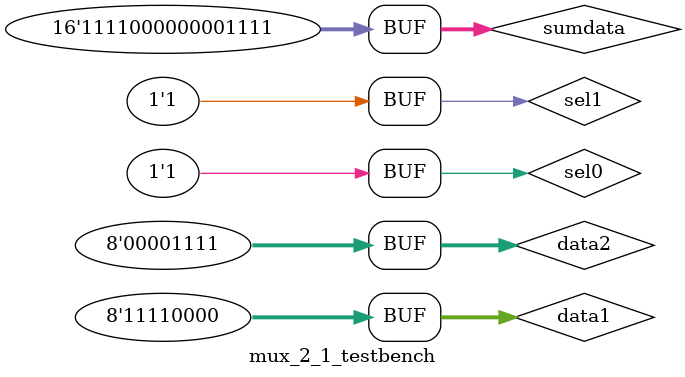
<source format=v>
`timescale 1ns / 1ns


module mux_2_1_testbench();
    wire[7:0] data1,data2,dataout;
    wire[15:0] sumdata;
    wire sel0,sel1;

    assign data1 = 8'b11110000;
    assign data2 = 8'b00001111;
    assign sel1 = 1;
    assign sel0 = 1;
    assign sumdata = {data1,data2};
    
    mux_2_1#(8) ins1(sel1,sumdata,dataout);
    mux_2_1#(8) ins0(sel0,sumdata,dataout);
    
endmodule

</source>
